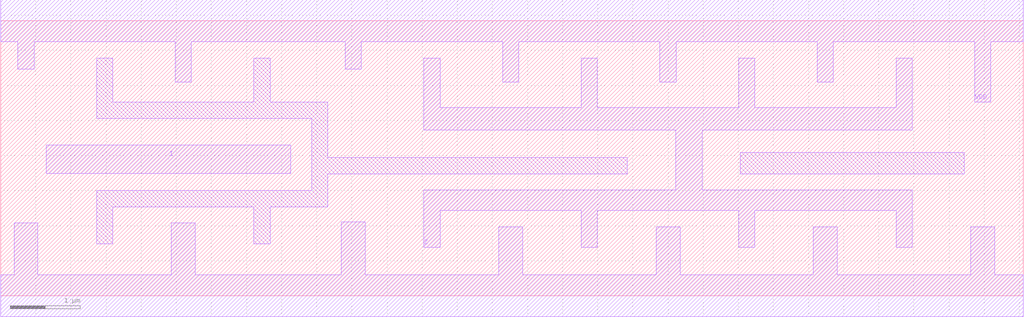
<source format=lef>
# Copyright 2022 GlobalFoundries PDK Authors
#
# Licensed under the Apache License, Version 2.0 (the "License");
# you may not use this file except in compliance with the License.
# You may obtain a copy of the License at
#
#      http://www.apache.org/licenses/LICENSE-2.0
#
# Unless required by applicable law or agreed to in writing, software
# distributed under the License is distributed on an "AS IS" BASIS,
# WITHOUT WARRANTIES OR CONDITIONS OF ANY KIND, either express or implied.
# See the License for the specific language governing permissions and
# limitations under the License.

MACRO gf180mcu_fd_sc_mcu7t5v0__clkbuf_8
  CLASS core ;
  FOREIGN gf180mcu_fd_sc_mcu7t5v0__clkbuf_8 0.0 0.0 ;
  ORIGIN 0 0 ;
  SYMMETRY X Y ;
  SITE GF018hv5v_mcu_sc7 ;
  SIZE 14.56 BY 3.92 ;
  PIN I
    DIRECTION INPUT ;
    ANTENNAGATEAREA 2.369 ;
    PORT
      LAYER Metal1 ;
        POLYGON 0.65 1.745 4.13 1.745 4.13 2.15 0.65 2.15  ;
    END
  END I
  PIN Z
    DIRECTION OUTPUT ;
    ANTENNADIFFAREA 4.408 ;
    PORT
      LAYER Metal1 ;
        POLYGON 9.99 2.36 12.975 2.36 12.975 3.39 12.745 3.39 12.745 2.68 10.735 2.68 10.735 3.39 10.505 3.39 10.505 2.68 8.92 2.68 8.495 2.68 8.495 3.39 8.265 3.39 8.265 2.68 6.255 2.68 6.255 3.39 6.025 3.39 6.025 2.36 8.92 2.36 9.61 2.36 9.61 1.51 6.025 1.51 6.025 0.69 6.255 0.69 6.255 1.22 8.265 1.22 8.265 0.69 8.495 0.69 8.495 1.22 10.505 1.22 10.505 0.69 10.735 0.69 10.735 1.22 12.745 1.22 12.745 0.69 12.975 0.69 12.975 1.51 9.99 1.51  ;
    END
  END Z
  PIN VDD
    DIRECTION INOUT ;
    USE power ;
    SHAPE ABUTMENT ;
    PORT
      LAYER Metal1 ;
        POLYGON 0 3.62 0.245 3.62 0.245 3.23 0.475 3.23 0.475 3.62 2.485 3.62 2.485 3.05 2.715 3.05 2.715 3.62 4.905 3.62 4.905 3.23 5.135 3.23 5.135 3.62 7.145 3.62 7.145 3.05 7.375 3.05 7.375 3.62 8.92 3.62 9.385 3.62 9.385 3.05 9.615 3.05 9.615 3.62 11.625 3.62 11.625 3.05 11.855 3.05 11.855 3.62 13.72 3.62 13.865 3.62 13.865 2.76 14.095 2.76 14.095 3.62 14.56 3.62 14.56 4.22 13.72 4.22 8.92 4.22 0 4.22  ;
    END
  END VDD
  PIN VSS
    DIRECTION INOUT ;
    USE ground ;
    SHAPE ABUTMENT ;
    PORT
      LAYER Metal1 ;
        POLYGON 0 -0.3 14.56 -0.3 14.56 0.3 14.15 0.3 14.15 0.985 13.81 0.985 13.81 0.3 11.91 0.3 11.91 0.985 11.57 0.985 11.57 0.3 9.67 0.3 9.67 0.985 9.33 0.985 9.33 0.3 7.43 0.3 7.43 0.985 7.09 0.985 7.09 0.3 5.19 0.3 5.19 1.055 4.85 1.055 4.85 0.3 2.77 0.3 2.77 1.04 2.43 1.04 2.43 0.3 0.53 0.3 0.53 1.04 0.19 1.04 0.19 0.3 0 0.3  ;
    END
  END VSS
  OBS
      LAYER Metal1 ;
        POLYGON 1.365 2.53 4.425 2.53 4.425 1.5 1.365 1.5 1.365 0.74 1.595 0.74 1.595 1.27 3.605 1.27 3.605 0.74 3.835 0.74 3.835 1.27 4.655 1.27 4.655 1.74 8.92 1.74 8.92 1.975 4.655 1.975 4.655 2.76 3.835 2.76 3.835 3.39 3.605 3.39 3.605 2.76 1.595 2.76 1.595 3.39 1.365 3.39  ;
        POLYGON 10.53 1.74 13.72 1.74 13.72 2.04 10.53 2.04  ;
  END
END gf180mcu_fd_sc_mcu7t5v0__clkbuf_8

</source>
